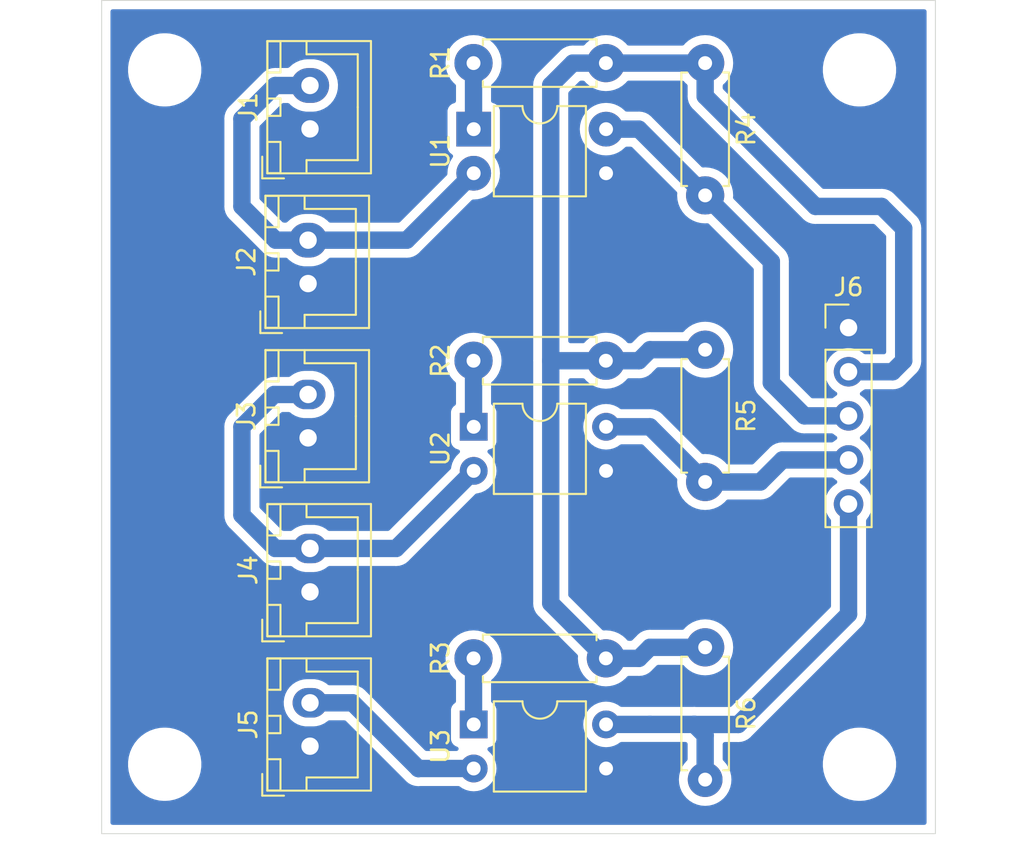
<source format=kicad_pcb>
(kicad_pcb (version 20211014) (generator pcbnew)
  (layers (0 "F.Cu" signal) (31 "B.Cu" signal) (34 "B.Paste" user) (35 "F.Paste" user) (36 "B.SilkS" user "B.Silkscreen") (37 "F.SilkS" user "F.Silkscreen") (38 "B.Mask" user) (39 "F.Mask" user) (44 "Edge.Cuts" user))
  (net 0 "")
  (net 1 "GND")
  (net 2 "+5V")
  (net 3 "Net-(J6-Pad3)")
  (net 4 "Net-(J6-Pad4)")
  (net 5 "Net-(J6-Pad5)")
  (net 6 "Net-(R1-Pad2)")
  (net 7 "Net-(R2-Pad2)")
  (net 8 "Net-(R3-Pad2)")
  (net 9 "Net-(J1-Pad2)")
  (net 10 "Net-(J3-Pad2)")
  (net 11 "Net-(J5-Pad2)")
  (footprint "Resistor_THT:R_Axial_DIN0207_L6.3mm_D2.5mm_P7.62mm_Horizontal" (layer "F.Cu") (at 118.745 71.12 -90)
    (fp_text reference "R5" (at 3.81 -2.37 90) (layer "F.SilkS"))
    (fp_text value "1k")
    (fp_line (start 7.08 -1.37) (end 7.08 -1.04) (layer "F.SilkS") (width 0.12))
    (fp_line (start 0.54 1.04) (end 0.54 1.37) (layer "F.SilkS") (width 0.12))
    (fp_line (start 0.54 1.37) (end 7.08 1.37) (layer "F.SilkS") (width 0.12))
    (fp_line (start 0.54 -1.04) (end 0.54 -1.37) (layer "F.SilkS") (width 0.12))
    (fp_line (start 0.54 -1.37) (end 7.08 -1.37) (layer "F.SilkS") (width 0.12))
    (fp_line (start 7.08 1.37) (end 7.08 1.04) (layer "F.SilkS") (width 0.12))
    (pad "1" thru_hole circle (at 0 0 270) (size 2.2 2.2) (drill 0.8) (layers *.Cu *.Mask) (net 2 "+5V"))
    (pad "2" thru_hole oval (at 7.62 0 270) (size 2.2 2.2) (drill 0.8) (layers *.Cu *.Mask) (net 4 "Net-(J6-Pad4)"))
  )
  (footprint "Package_DIP:DIP-4_W7.62mm" (layer "F.Cu") (at 105.42 75.56)
    (fp_text reference "U2" (at -1.915 1.27 90) (layer "F.SilkS"))
    (fp_text value "LTV-817")
    (fp_line (start 1.16 3.87) (end 6.46 3.87) (layer "F.SilkS") (width 0.12))
    (fp_line (start 6.46 -1.33) (end 4.81 -1.33) (layer "F.SilkS") (width 0.12))
    (fp_line (start 2.81 -1.33) (end 1.16 -1.33) (layer "F.SilkS") (width 0.12))
    (fp_line (start 6.46 3.87) (end 6.46 -1.33) (layer "F.SilkS") (width 0.12))
    (fp_line (start 1.16 -1.33) (end 1.16 3.87) (layer "F.SilkS") (width 0.12))
    (fp_arc (start 4.81 -1.33) (mid 3.81 -0.33) (end 2.81 -1.33) (layer "F.SilkS") (width 0.12))
    (pad "1" thru_hole rect (at 0 0) (size 1.6 1.6) (drill 0.8) (layers *.Cu *.Mask) (net 7 "Net-(R2-Pad2)"))
    (pad "2" thru_hole oval (at 0 2.54) (size 1.6 1.6) (drill 0.8) (layers *.Cu *.Mask) (net 10 "Net-(J3-Pad2)"))
    (pad "3" thru_hole oval (at 7.62 2.54) (size 1.6 1.6) (drill 0.8) (layers *.Cu *.Mask) (net 1 "GND"))
    (pad "4" thru_hole oval (at 7.62 0) (size 1.6 1.6) (drill 0.8) (layers *.Cu *.Mask) (net 4 "Net-(J6-Pad4)"))
  )
  (footprint "Connector_JST:JST_XH_B2B-XH-A_1x02_P2.50mm_Vertical" (layer "F.Cu") (at 95.995 58.4 90)
    (fp_text reference "J1" (at 1.25 -3.55 90) (layer "F.SilkS"))
    (fp_text value "Conn_01x02")
    (fp_line (start -2.56 3.51) (end 5.06 3.51) (layer "F.SilkS") (width 0.12))
    (fp_line (start 1.75 -1.7) (end 1.75 -2.45) (layer "F.SilkS") (width 0.12))
    (fp_line (start 5.06 3.51) (end 5.06 -2.46) (layer "F.SilkS") (width 0.12))
    (fp_line (start -0.75 -1.7) (end -0.75 -2.45) (layer "F.SilkS") (width 0.12))
    (fp_line (start -2.55 -2.45) (end -2.55 -1.7) (layer "F.SilkS") (width 0.12))
    (fp_line (start 3.25 -2.45) (end 3.25 -1.7) (layer "F.SilkS") (width 0.12))
    (fp_line (start 0.75 -2.45) (end 0.75 -1.7) (layer "F.SilkS") (width 0.12))
    (fp_line (start 5.06 -2.46) (end -2.56 -2.46) (layer "F.SilkS") (width 0.12))
    (fp_line (start -1.8 2.75) (end 1.25 2.75) (layer "F.SilkS") (width 0.12))
    (fp_line (start 0.75 -1.7) (end 1.75 -1.7) (layer "F.SilkS") (width 0.12))
    (fp_line (start 4.3 2.75) (end 1.25 2.75) (layer "F.SilkS") (width 0.12))
    (fp_line (start -2.55 -0.2) (end -1.8 -0.2) (layer "F.SilkS") (width 0.12))
    (fp_line (start 5.05 -2.45) (end 3.25 -2.45) (layer "F.SilkS") (width 0.12))
    (fp_line (start -2.85 -2.75) (end -2.85 -1.5) (layer "F.SilkS") (width 0.12))
    (fp_line (start 1.75 -2.45) (end 0.75 -2.45) (layer "F.SilkS") (width 0.12))
    (fp_line (start 5.05 -0.2) (end 4.3 -0.2) (layer "F.SilkS") (width 0.12))
    (fp_line (start -0.75 -2.45) (end -2.55 -2.45) (layer "F.SilkS") (width 0.12))
    (fp_line (start -2.56 -2.46) (end -2.56 3.51) (layer "F.SilkS") (width 0.12))
    (fp_line (start -1.8 -0.2) (end -1.8 2.75) (layer "F.SilkS") (width 0.12))
    (fp_line (start -1.6 -2.75) (end -2.85 -2.75) (layer "F.SilkS") (width 0.12))
    (fp_line (start 3.25 -1.7) (end 5.05 -1.7) (layer "F.SilkS") (width 0.12))
    (fp_line (start 4.3 -0.2) (end 4.3 2.75) (layer "F.SilkS") (width 0.12))
    (fp_line (start -2.55 -1.7) (end -0.75 -1.7) (layer "F.SilkS") (width 0.12))
    (fp_line (start 5.05 -1.7) (end 5.05 -2.45) (layer "F.SilkS") (width 0.12))
    (pad "1" thru_hole roundrect (at 0 0 90) (size 1.7 2) (drill 1) (layers *.Cu *.Mask) (roundrect_rratio 0.147059) (net 1 "GND"))
    (pad "2" thru_hole oval (at 2.5 0 90) (size 2 2.2) (drill 1) (layers *.Cu *.Mask) (net 9 "Net-(J1-Pad2)"))
  )
  (footprint "Resistor_THT:R_Axial_DIN0207_L6.3mm_D2.5mm_P7.62mm_Horizontal" (layer "F.Cu") (at 113.03 54.61 180)
    (fp_text reference "R1" (at 9.525 0 90) (layer "F.SilkS"))
    (fp_text value "220")
    (fp_line (start 0.54 -1.04) (end 0.54 -1.37) (layer "F.SilkS") (width 0.12))
    (fp_line (start 0.54 -1.37) (end 7.08 -1.37) (layer "F.SilkS") (width 0.12))
    (fp_line (start 7.08 -1.37) (end 7.08 -1.04) (layer "F.SilkS") (width 0.12))
    (fp_line (start 0.54 1.37) (end 7.08 1.37) (layer "F.SilkS") (width 0.12))
    (fp_line (start 0.54 1.04) (end 0.54 1.37) (layer "F.SilkS") (width 0.12))
    (fp_line (start 7.08 1.37) (end 7.08 1.04) (layer "F.SilkS") (width 0.12))
    (pad "1" thru_hole circle (at 0 0 180) (size 2.2 2.2) (drill 0.8) (layers *.Cu *.Mask) (net 2 "+5V"))
    (pad "2" thru_hole oval (at 7.62 0 180) (size 2.2 2.2) (drill 0.8) (layers *.Cu *.Mask) (net 6 "Net-(R1-Pad2)"))
  )
  (footprint "Connector_JST:JST_XH_B2B-XH-A_1x02_P2.50mm_Vertical" (layer "F.Cu") (at 95.885 67.31 90)
    (fp_text reference "J2" (at 1.25 -3.55 90) (layer "F.SilkS"))
    (fp_text value "Conn_01x02")
    (fp_line (start 5.06 -2.46) (end -2.56 -2.46) (layer "F.SilkS") (width 0.12))
    (fp_line (start 4.3 2.75) (end 1.25 2.75) (layer "F.SilkS") (width 0.12))
    (fp_line (start -2.85 -2.75) (end -2.85 -1.5) (layer "F.SilkS") (width 0.12))
    (fp_line (start 5.06 3.51) (end 5.06 -2.46) (layer "F.SilkS") (width 0.12))
    (fp_line (start 5.05 -2.45) (end 3.25 -2.45) (layer "F.SilkS") (width 0.12))
    (fp_line (start 5.05 -1.7) (end 5.05 -2.45) (layer "F.SilkS") (width 0.12))
    (fp_line (start -0.75 -2.45) (end -2.55 -2.45) (layer "F.SilkS") (width 0.12))
    (fp_line (start -1.8 -0.2) (end -1.8 2.75) (layer "F.SilkS") (width 0.12))
    (fp_line (start 3.25 -2.45) (end 3.25 -1.7) (layer "F.SilkS") (width 0.12))
    (fp_line (start 0.75 -2.45) (end 0.75 -1.7) (layer "F.SilkS") (width 0.12))
    (fp_line (start -2.55 -0.2) (end -1.8 -0.2) (layer "F.SilkS") (width 0.12))
    (fp_line (start 5.05 -0.2) (end 4.3 -0.2) (layer "F.SilkS") (width 0.12))
    (fp_line (start -2.55 -2.45) (end -2.55 -1.7) (layer "F.SilkS") (width 0.12))
    (fp_line (start -2.56 3.51) (end 5.06 3.51) (layer "F.SilkS") (width 0.12))
    (fp_line (start 0.75 -1.7) (end 1.75 -1.7) (layer "F.SilkS") (width 0.12))
    (fp_line (start 3.25 -1.7) (end 5.05 -1.7) (layer "F.SilkS") (width 0.12))
    (fp_line (start -1.8 2.75) (end 1.25 2.75) (layer "F.SilkS") (width 0.12))
    (fp_line (start 1.75 -1.7) (end 1.75 -2.45) (layer "F.SilkS") (width 0.12))
    (fp_line (start 1.75 -2.45) (end 0.75 -2.45) (layer "F.SilkS") (width 0.12))
    (fp_line (start -0.75 -1.7) (end -0.75 -2.45) (layer "F.SilkS") (width 0.12))
    (fp_line (start -2.55 -1.7) (end -0.75 -1.7) (layer "F.SilkS") (width 0.12))
    (fp_line (start -1.6 -2.75) (end -2.85 -2.75) (layer "F.SilkS") (width 0.12))
    (fp_line (start 4.3 -0.2) (end 4.3 2.75) (layer "F.SilkS") (width 0.12))
    (fp_line (start -2.56 -2.46) (end -2.56 3.51) (layer "F.SilkS") (width 0.12))
    (pad "1" thru_hole roundrect (at 0 0 90) (size 1.7 2) (drill 1) (layers *.Cu *.Mask) (roundrect_rratio 0.147059) (net 1 "GND"))
    (pad "2" thru_hole oval (at 2.5 0 90) (size 2 2.2) (drill 1) (layers *.Cu *.Mask) (net 9 "Net-(J1-Pad2)"))
  )
  (footprint "MountingHole:MountingHole_3.2mm_M3" (layer "F.Cu") (at 127.63 95)
    (fp_text reference "REF**" hide)
    (fp_text value "MountingHole_3.2mm_M3")
    (pad "" np_thru_hole circle (at 0 0) (size 3.2 3.2) (drill 3.2) (layers *.Cu *.Mask))
  )
  (footprint "Connector_JST:JST_XH_B2B-XH-A_1x02_P2.50mm_Vertical" (layer "F.Cu") (at 95.995 93.96 90)
    (fp_text reference "J5" (at 1.25 -3.55 90) (layer "F.SilkS"))
    (fp_text value "Conn_01x02")
    (fp_line (start -2.85 -2.75) (end -2.85 -1.5) (layer "F.SilkS") (width 0.12))
    (fp_line (start -1.8 2.75) (end 1.25 2.75) (layer "F.SilkS") (width 0.12))
    (fp_line (start 1.75 -2.45) (end 0.75 -2.45) (layer "F.SilkS") (width 0.12))
    (fp_line (start -2.56 -2.46) (end -2.56 3.51) (layer "F.SilkS") (width 0.12))
    (fp_line (start -0.75 -2.45) (end -2.55 -2.45) (layer "F.SilkS") (width 0.12))
    (fp_line (start -1.6 -2.75) (end -2.85 -2.75) (layer "F.SilkS") (width 0.12))
    (fp_line (start 3.25 -2.45) (end 3.25 -1.7) (layer "F.SilkS") (width 0.12))
    (fp_line (start 5.06 -2.46) (end -2.56 -2.46) (layer "F.SilkS") (width 0.12))
    (fp_line (start 5.05 -1.7) (end 5.05 -2.45) (layer "F.SilkS") (width 0.12))
    (fp_line (start 0.75 -2.45) (end 0.75 -1.7) (layer "F.SilkS") (width 0.12))
    (fp_line (start -2.55 -2.45) (end -2.55 -1.7) (layer "F.SilkS") (width 0.12))
    (fp_line (start 0.75 -1.7) (end 1.75 -1.7) (layer "F.SilkS") (width 0.12))
    (fp_line (start -1.8 -0.2) (end -1.8 2.75) (layer "F.SilkS") (width 0.12))
    (fp_line (start 1.75 -1.7) (end 1.75 -2.45) (layer "F.SilkS") (width 0.12))
    (fp_line (start -2.56 3.51) (end 5.06 3.51) (layer "F.SilkS") (width 0.12))
    (fp_line (start 4.3 2.75) (end 1.25 2.75) (layer "F.SilkS") (width 0.12))
    (fp_line (start 5.05 -2.45) (end 3.25 -2.45) (layer "F.SilkS") (width 0.12))
    (fp_line (start 4.3 -0.2) (end 4.3 2.75) (layer "F.SilkS") (width 0.12))
    (fp_line (start -2.55 -0.2) (end -1.8 -0.2) (layer "F.SilkS") (width 0.12))
    (fp_line (start 3.25 -1.7) (end 5.05 -1.7) (layer "F.SilkS") (width 0.12))
    (fp_line (start -0.75 -1.7) (end -0.75 -2.45) (layer "F.SilkS") (width 0.12))
    (fp_line (start 5.05 -0.2) (end 4.3 -0.2) (layer "F.SilkS") (width 0.12))
    (fp_line (start 5.06 3.51) (end 5.06 -2.46) (layer "F.SilkS") (width 0.12))
    (fp_line (start -2.55 -1.7) (end -0.75 -1.7) (layer "F.SilkS") (width 0.12))
    (pad "1" thru_hole roundrect (at 0 0 90) (size 1.7 2) (drill 1) (layers *.Cu *.Mask) (roundrect_rratio 0.147059) (net 1 "GND"))
    (pad "2" thru_hole oval (at 2.5 0 90) (size 1.7 2) (drill 1) (layers *.Cu *.Mask) (net 11 "Net-(J5-Pad2)"))
  )
  (footprint "Resistor_THT:R_Axial_DIN0207_L6.3mm_D2.5mm_P7.62mm_Horizontal" (layer "F.Cu") (at 118.745 54.61 -90)
    (fp_text reference "R4" (at 3.81 -2.37 90) (layer "F.SilkS"))
    (fp_text value "1k")
    (fp_line (start 0.54 1.37) (end 7.08 1.37) (layer "F.SilkS") (width 0.12))
    (fp_line (start 0.54 1.04) (end 0.54 1.37) (layer "F.SilkS") (width 0.12))
    (fp_line (start 0.54 -1.04) (end 0.54 -1.37) (layer "F.SilkS") (width 0.12))
    (fp_line (start 0.54 -1.37) (end 7.08 -1.37) (layer "F.SilkS") (width 0.12))
    (fp_line (start 7.08 1.37) (end 7.08 1.04) (layer "F.SilkS") (width 0.12))
    (fp_line (start 7.08 -1.37) (end 7.08 -1.04) (layer "F.SilkS") (width 0.12))
    (pad "1" thru_hole circle (at 0 0 270) (size 2.2 2.2) (drill 0.8) (layers *.Cu *.Mask) (net 2 "+5V"))
    (pad "2" thru_hole oval (at 7.62 0 270) (size 2.2 2.2) (drill 0.8) (layers *.Cu *.Mask) (net 3 "Net-(J6-Pad3)"))
  )
  (footprint "Resistor_THT:R_Axial_DIN0207_L6.3mm_D2.5mm_P7.62mm_Horizontal" (layer "F.Cu") (at 118.745 88.265 -90)
    (fp_text reference "R6" (at 3.81 -2.37 90) (layer "F.SilkS"))
    (fp_text value "1k")
    (fp_line (start 0.54 1.37) (end 7.08 1.37) (layer "F.SilkS") (width 0.12))
    (fp_line (start 7.08 -1.37) (end 7.08 -1.04) (layer "F.SilkS") (width 0.12))
    (fp_line (start 0.54 -1.04) (end 0.54 -1.37) (layer "F.SilkS") (width 0.12))
    (fp_line (start 7.08 1.37) (end 7.08 1.04) (layer "F.SilkS") (width 0.12))
    (fp_line (start 0.54 -1.37) (end 7.08 -1.37) (layer "F.SilkS") (width 0.12))
    (fp_line (start 0.54 1.04) (end 0.54 1.37) (layer "F.SilkS") (width 0.12))
    (pad "1" thru_hole circle (at 0 0 270) (size 2.2 2.2) (drill 0.8) (layers *.Cu *.Mask) (net 2 "+5V"))
    (pad "2" thru_hole oval (at 7.62 0 270) (size 2 2) (drill 0.8) (layers *.Cu *.Mask) (net 5 "Net-(J6-Pad5)"))
  )
  (footprint "MountingHole:MountingHole_3.2mm_M3" (layer "F.Cu") (at 87.63 95)
    (fp_text reference "REF**" hide)
    (fp_text value "MountingHole_3.2mm_M3")
    (pad "" np_thru_hole circle (at 0 0) (size 3.2 3.2) (drill 3.2) (layers *.Cu *.Mask))
  )
  (footprint "Connector_PinHeader_2.54mm:PinHeader_1x05_P2.54mm_Vertical" (layer "F.Cu") (at 127 69.85)
    (fp_text reference "J6" (at 0 -2.33) (layer "F.SilkS"))
    (fp_text value "Conn_01x05_MountingPin")
    (fp_line (start -1.33 0) (end -1.33 -1.33) (layer "F.SilkS") (width 0.12))
    (fp_line (start -1.33 -1.33) (end 0 -1.33) (layer "F.SilkS") (width 0.12))
    (fp_line (start -1.33 11.49) (end 1.33 11.49) (layer "F.SilkS") (width 0.12))
    (fp_line (start -1.33 1.27) (end -1.33 11.49) (layer "F.SilkS") (width 0.12))
    (fp_line (start 1.33 1.27) (end 1.33 11.49) (layer "F.SilkS") (width 0.12))
    (fp_line (start -1.33 1.27) (end 1.33 1.27) (layer "F.SilkS") (width 0.12))
    (pad "1" thru_hole rect (at 0 0) (size 1.7 1.7) (drill 1) (layers *.Cu *.Mask) (net 1 "GND"))
    (pad "2" thru_hole oval (at 0 2.54) (size 1.7 1.7) (drill 1) (layers *.Cu *.Mask) (net 2 "+5V"))
    (pad "3" thru_hole oval (at 0 5.08) (size 1.7 1.7) (drill 1) (layers *.Cu *.Mask) (net 3 "Net-(J6-Pad3)"))
    (pad "4" thru_hole oval (at 0 7.62) (size 1.7 1.7) (drill 1) (layers *.Cu *.Mask) (net 4 "Net-(J6-Pad4)"))
    (pad "5" thru_hole oval (at 0 10.16) (size 1.7 1.7) (drill 1) (layers *.Cu *.Mask) (net 5 "Net-(J6-Pad5)"))
  )
  (footprint "Resistor_THT:R_Axial_DIN0207_L6.3mm_D2.5mm_P7.62mm_Horizontal" (layer "F.Cu") (at 113.03 71.755 180)
    (fp_text reference "R2" (at 9.525 0 90) (layer "F.SilkS"))
    (fp_text value "220")
    (fp_line (start 0.54 -1.37) (end 7.08 -1.37) (layer "F.SilkS") (width 0.12))
    (fp_line (start 7.08 1.37) (end 7.08 1.04) (layer "F.SilkS") (width 0.12))
    (fp_line (start 0.54 1.37) (end 7.08 1.37) (layer "F.SilkS") (width 0.12))
    (fp_line (start 0.54 -1.04) (end 0.54 -1.37) (layer "F.SilkS") (width 0.12))
    (fp_line (start 0.54 1.04) (end 0.54 1.37) (layer "F.SilkS") (width 0.12))
    (fp_line (start 7.08 -1.37) (end 7.08 -1.04) (layer "F.SilkS") (width 0.12))
    (pad "1" thru_hole circle (at 0 0 180) (size 2.2 2.2) (drill 0.8) (layers *.Cu *.Mask) (net 2 "+5V"))
    (pad "2" thru_hole oval (at 7.62 0 180) (size 2.2 2.2) (drill 0.8) (layers *.Cu *.Mask) (net 7 "Net-(R2-Pad2)"))
  )
  (footprint "Connector_JST:JST_XH_B2B-XH-A_1x02_P2.50mm_Vertical" (layer "F.Cu") (at 95.885 76.2 90)
    (fp_text reference "J3" (at 1.25 -3.55 90) (layer "F.SilkS"))
    (fp_text value "Conn_01x02")
    (fp_line (start -1.6 -2.75) (end -2.85 -2.75) (layer "F.SilkS") (width 0.12))
    (fp_line (start 5.05 -0.2) (end 4.3 -0.2) (layer "F.SilkS") (width 0.12))
    (fp_line (start 3.25 -1.7) (end 5.05 -1.7) (layer "F.SilkS") (width 0.12))
    (fp_line (start -0.75 -1.7) (end -0.75 -2.45) (layer "F.SilkS") (width 0.12))
    (fp_line (start 1.75 -1.7) (end 1.75 -2.45) (layer "F.SilkS") (width 0.12))
    (fp_line (start 5.06 3.51) (end 5.06 -2.46) (layer "F.SilkS") (width 0.12))
    (fp_line (start 4.3 -0.2) (end 4.3 2.75) (layer "F.SilkS") (width 0.12))
    (fp_line (start 5.06 -2.46) (end -2.56 -2.46) (layer "F.SilkS") (width 0.12))
    (fp_line (start -2.56 3.51) (end 5.06 3.51) (layer "F.SilkS") (width 0.12))
    (fp_line (start -2.55 -2.45) (end -2.55 -1.7) (layer "F.SilkS") (width 0.12))
    (fp_line (start -2.85 -2.75) (end -2.85 -1.5) (layer "F.SilkS") (width 0.12))
    (fp_line (start 1.75 -2.45) (end 0.75 -2.45) (layer "F.SilkS") (width 0.12))
    (fp_line (start -1.8 2.75) (end 1.25 2.75) (layer "F.SilkS") (width 0.12))
    (fp_line (start 0.75 -1.7) (end 1.75 -1.7) (layer "F.SilkS") (width 0.12))
    (fp_line (start 4.3 2.75) (end 1.25 2.75) (layer "F.SilkS") (width 0.12))
    (fp_line (start 3.25 -2.45) (end 3.25 -1.7) (layer "F.SilkS") (width 0.12))
    (fp_line (start -2.56 -2.46) (end -2.56 3.51) (layer "F.SilkS") (width 0.12))
    (fp_line (start 5.05 -2.45) (end 3.25 -2.45) (layer "F.SilkS") (width 0.12))
    (fp_line (start 5.05 -1.7) (end 5.05 -2.45) (layer "F.SilkS") (width 0.12))
    (fp_line (start -0.75 -2.45) (end -2.55 -2.45) (layer "F.SilkS") (width 0.12))
    (fp_line (start -1.8 -0.2) (end -1.8 2.75) (layer "F.SilkS") (width 0.12))
    (fp_line (start -2.55 -0.2) (end -1.8 -0.2) (layer "F.SilkS") (width 0.12))
    (fp_line (start 0.75 -2.45) (end 0.75 -1.7) (layer "F.SilkS") (width 0.12))
    (fp_line (start -2.55 -1.7) (end -0.75 -1.7) (layer "F.SilkS") (width 0.12))
    (pad "1" thru_hole roundrect (at 0 0 90) (size 1.7 2) (drill 1) (layers *.Cu *.Mask) (roundrect_rratio 0.147059) (net 1 "GND"))
    (pad "2" thru_hole oval (at 2.5 0 90) (size 1.7 2) (drill 1) (layers *.Cu *.Mask) (net 10 "Net-(J3-Pad2)"))
  )
  (footprint "MountingHole:MountingHole_3.2mm_M3" (layer "F.Cu") (at 127.63 55)
    (fp_text reference "REF**" hide)
    (fp_text value "MountingHole_3.2mm_M3")
    (pad "" np_thru_hole circle (at 0 0) (size 3.2 3.2) (drill 3.2) (layers *.Cu *.Mask))
  )
  (footprint "MountingHole:MountingHole_3.2mm_M3" (layer "F.Cu") (at 87.63 55)
    (fp_text reference "REF**" hide)
    (fp_text value "MountingHole_3.2mm_M3")
    (pad "" np_thru_hole circle (at 0 0) (size 3.2 3.2) (drill 3.2) (layers *.Cu *.Mask))
  )
  (footprint "Resistor_THT:R_Axial_DIN0207_L6.3mm_D2.5mm_P7.62mm_Horizontal" (layer "F.Cu") (at 113.03 88.9 180)
    (fp_text reference "R3" (at 9.525 0 90) (layer "F.SilkS"))
    (fp_text value "220")
    (fp_line (start 0.54 1.04) (end 0.54 1.37) (layer "F.SilkS") (width 0.12))
    (fp_line (start 7.08 1.37) (end 7.08 1.04) (layer "F.SilkS") (width 0.12))
    (fp_line (start 0.54 -1.04) (end 0.54 -1.37) (layer "F.SilkS") (width 0.12))
    (fp_line (start 0.54 1.37) (end 7.08 1.37) (layer "F.SilkS") (width 0.12))
    (fp_line (start 7.08 -1.37) (end 7.08 -1.04) (layer "F.SilkS") (width 0.12))
    (fp_line (start 0.54 -1.37) (end 7.08 -1.37) (layer "F.SilkS") (width 0.12))
    (pad "1" thru_hole circle (at 0 0 180) (size 2.2 2.2) (drill 0.8) (layers *.Cu *.Mask) (net 2 "+5V"))
    (pad "2" thru_hole oval (at 7.62 0 180) (size 2.2 2.2) (drill 0.8) (layers *.Cu *.Mask) (net 8 "Net-(R3-Pad2)"))
  )
  (footprint "Package_DIP:DIP-4_W7.62mm" (layer "F.Cu") (at 105.42 92.705)
    (fp_text reference "U3" (at -1.915 1.27 90) (layer "F.SilkS"))
    (fp_text value "LTV-817")
    (fp_line (start 6.46 3.87) (end 6.46 -1.33) (layer "F.SilkS") (width 0.12))
    (fp_line (start 6.46 -1.33) (end 4.81 -1.33) (layer "F.SilkS") (width 0.12))
    (fp_line (start 1.16 3.87) (end 6.46 3.87) (layer "F.SilkS") (width 0.12))
    (fp_line (start 1.16 -1.33) (end 1.16 3.87) (layer "F.SilkS") (width 0.12))
    (fp_line (start 2.81 -1.33) (end 1.16 -1.33) (layer "F.SilkS") (width 0.12))
    (fp_arc (start 4.81 -1.33) (mid 3.81 -0.33) (end 2.81 -1.33) (layer "F.SilkS") (width 0.12))
    (pad "1" thru_hole rect (at 0 0) (size 1.6 1.6) (drill 0.8) (layers *.Cu *.Mask) (net 8 "Net-(R3-Pad2)"))
    (pad "2" thru_hole oval (at 0 2.54) (size 1.6 1.6) (drill 0.8) (layers *.Cu *.Mask) (net 11 "Net-(J5-Pad2)"))
    (pad "3" thru_hole oval (at 7.62 2.54) (size 1.6 1.6) (drill 0.8) (layers *.Cu *.Mask) (net 1 "GND"))
    (pad "4" thru_hole oval (at 7.62 0) (size 1.6 1.6) (drill 0.8) (layers *.Cu *.Mask) (net 5 "Net-(J6-Pad5)"))
  )
  (footprint "Package_DIP:DIP-4_W7.62mm" (layer "F.Cu") (at 105.42 58.415)
    (fp_text reference "U1" (at -1.915 1.275 90) (layer "F.SilkS"))
    (fp_text value "LTV-817")
    (fp_line (start 2.81 -1.33) (end 1.16 -1.33) (layer "F.SilkS") (width 0.12))
    (fp_line (start 6.46 -1.33) (end 4.81 -1.33) (layer "F.SilkS") (width 0.12))
    (fp_line (start 1.16 -1.33) (end 1.16 3.87) (layer "F.SilkS") (width 0.12))
    (fp_line (start 6.46 3.87) (end 6.46 -1.33) (layer "F.SilkS") (width 0.12))
    (fp_line (start 1.16 3.87) (end 6.46 3.87) (layer "F.SilkS") (width 0.12))
    (fp_arc (start 4.81 -1.33) (mid 3.81 -0.33) (end 2.81 -1.33) (layer "F.SilkS") (width 0.12))
    (pad "1" thru_hole rect (at 0 0) (size 2 2) (drill 0.8) (layers *.Cu *.Mask) (net 6 "Net-(R1-Pad2)"))
    (pad "2" thru_hole oval (at 0 2.54) (size 2 2) (drill 0.8) (layers *.Cu *.Mask) (net 9 "Net-(J1-Pad2)"))
    (pad "3" thru_hole oval (at 7.62 2.54) (size 1.6 1.6) (drill 0.8) (layers *.Cu *.Mask) (net 1 "GND"))
    (pad "4" thru_hole oval (at 7.62 0) (size 2 2) (drill 0.8) (layers *.Cu *.Mask) (net 3 "Net-(J6-Pad3)"))
  )
  (footprint "Connector_JST:JST_XH_B2B-XH-A_1x02_P2.50mm_Vertical" (layer "F.Cu") (at 95.995 85.07 90)
    (fp_text reference "J4" (at 1.25 -3.55 90) (layer "F.SilkS"))
    (fp_text value "Conn_01x02")
    (fp_line (start 4.3 -0.2) (end 4.3 2.75) (layer "F.SilkS") (width 0.12))
    (fp_line (start 0.75 -2.45) (end 0.75 -1.7) (layer "F.SilkS") (width 0.12))
    (fp_line (start 1.75 -1.7) (end 1.75 -2.45) (layer "F.SilkS") (width 0.12))
    (fp_line (start -2.55 -1.7) (end -0.75 -1.7) (layer "F.SilkS") (width 0.12))
    (fp_line (start -0.75 -1.7) (end -0.75 -2.45) (layer "F.SilkS") (width 0.12))
    (fp_line (start 5.06 -2.46) (end -2.56 -2.46) (layer "F.SilkS") (width 0.12))
    (fp_line (start -2.56 3.51) (end 5.06 3.51) (layer "F.SilkS") (width 0.12))
    (fp_line (start 0.75 -1.7) (end 1.75 -1.7) (layer "F.SilkS") (width 0.12))
    (fp_line (start -2.56 -2.46) (end -2.56 3.51) (layer "F.SilkS") (width 0.12))
    (fp_line (start 5.05 -2.45) (end 3.25 -2.45) (layer "F.SilkS") (width 0.12))
    (fp_line (start -2.55 -0.2) (end -1.8 -0.2) (layer "F.SilkS") (width 0.12))
    (fp_line (start 4.3 2.75) (end 1.25 2.75) (layer "F.SilkS") (width 0.12))
    (fp_line (start 3.25 -2.45) (end 3.25 -1.7) (layer "F.SilkS") (width 0.12))
    (fp_line (start 5.05 -1.7) (end 5.05 -2.45) (layer "F.SilkS") (width 0.12))
    (fp_line (start 1.75 -2.45) (end 0.75 -2.45) (layer "F.SilkS") (width 0.12))
    (fp_line (start -2.55 -2.45) (end -2.55 -1.7) (layer "F.SilkS") (width 0.12))
    (fp_line (start -1.8 -0.2) (end -1.8 2.75) (layer "F.SilkS") (width 0.12))
    (fp_line (start 5.06 3.51) (end 5.06 -2.46) (layer "F.SilkS") (width 0.12))
    (fp_line (start 3.25 -1.7) (end 5.05 -1.7) (layer "F.SilkS") (width 0.12))
    (fp_line (start -1.6 -2.75) (end -2.85 -2.75) (layer "F.SilkS") (width 0.12))
    (fp_line (start -0.75 -2.45) (end -2.55 -2.45) (layer "F.SilkS") (width 0.12))
    (fp_line (start -1.8 2.75) (end 1.25 2.75) (layer "F.SilkS") (width 0.12))
    (fp_line (start -2.85 -2.75) (end -2.85 -1.5) (layer "F.SilkS") (width 0.12))
    (fp_line (start 5.05 -0.2) (end 4.3 -0.2) (layer "F.SilkS") (width 0.12))
    (pad "1" thru_hole roundrect (at 0 0 90) (size 1.7 2) (drill 1) (layers *.Cu *.Mask) (roundrect_rratio 0.147059) (net 1 "GND"))
    (pad "2" thru_hole oval (at 2.5 0 90) (size 1.7 2) (drill 1) (layers *.Cu *.Mask) (net 10 "Net-(J3-Pad2)"))
  )
  (gr_rect (start 132 99) (end 84 51) (layer "Edge.Cuts") (width 0.05) (fill none))
  (segment (start 113.03 71.755) (end 109.855 71.755) (width 1) (layer "B.Cu") (net 2))
  (segment (start 115.57 71.12) (end 118.745 71.12) (width 1) (layer "B.Cu") (net 2))
  (segment (start 118.745 54.61) (end 118.745 56.515) (width 1) (layer "B.Cu") (net 2))
  (segment (start 128.905 62.865) (end 130.175 64.135) (width 1) (layer "B.Cu") (net 2))
  (segment (start 109.855 71.755) (end 109.855 85.725) (width 1) (layer "B.Cu") (net 2))
  (segment (start 114.935 88.9) (end 115.57 88.265) (width 1) (layer "B.Cu") (net 2))
  (segment (start 109.855 55.88) (end 109.855 71.755) (width 1) (layer "B.Cu") (net 2))
  (segment (start 115.57 88.265) (end 118.745 88.265) (width 1) (layer "B.Cu") (net 2))
  (segment (start 114.935 71.755) (end 115.57 71.12) (width 1) (layer "B.Cu") (net 2))
  (segment (start 130.175 71.755) (end 129.54 72.39) (width 1) (layer "B.Cu") (net 2))
  (segment (start 129.54 72.39) (end 127 72.39) (width 1) (layer "B.Cu") (net 2))
  (segment (start 113.03 71.755) (end 114.935 71.755) (width 1) (layer "B.Cu") (net 2))
  (segment (start 113.03 54.61) (end 111.125 54.61) (width 1) (layer "B.Cu") (net 2))
  (segment (start 118.745 56.515) (end 125.095 62.865) (width 1) (layer "B.Cu") (net 2))
  (segment (start 109.855 85.725) (end 113.03 88.9) (width 1) (layer "B.Cu") (net 2))
  (segment (start 111.125 54.61) (end 109.855 55.88) (width 1) (layer "B.Cu") (net 2))
  (segment (start 130.175 64.135) (end 130.175 71.755) (width 1) (layer "B.Cu") (net 2))
  (segment (start 113.03 54.61) (end 118.745 54.61) (width 1) (layer "B.Cu") (net 2))
  (segment (start 113.03 88.9) (end 114.935 88.9) (width 1) (layer "B.Cu") (net 2))
  (segment (start 125.095 62.865) (end 128.905 62.865) (width 1) (layer "B.Cu") (net 2))
  (segment (start 114.93 58.415) (end 118.745 62.23) (width 1) (layer "B.Cu") (net 3))
  (segment (start 113.04 58.415) (end 114.93 58.415) (width 1) (layer "B.Cu") (net 3))
  (segment (start 118.745 62.23) (end 122.555 66.04) (width 1) (layer "B.Cu") (net 3))
  (segment (start 122.555 73.025) (end 124.46 74.93) (width 1) (layer "B.Cu") (net 3))
  (segment (start 124.46 74.93) (end 127 74.93) (width 1) (layer "B.Cu") (net 3))
  (segment (start 122.555 66.04) (end 122.555 73.025) (width 1) (layer "B.Cu") (net 3))
  (segment (start 121.92 78.74) (end 123.19 77.47) (width 1) (layer "B.Cu") (net 4))
  (segment (start 118.745 78.74) (end 121.92 78.74) (width 1) (layer "B.Cu") (net 4))
  (segment (start 123.19 77.47) (end 127 77.47) (width 1) (layer "B.Cu") (net 4))
  (segment (start 118.745 78.74) (end 115.565 75.56) (width 1) (layer "B.Cu") (net 4))
  (segment (start 115.565 75.56) (end 113.04 75.56) (width 1) (layer "B.Cu") (net 4))
  (segment (start 115.565 92.705) (end 118.115 92.705) (width 1) (layer "B.Cu") (net 5))
  (segment (start 118.745 95.885) (end 118.745 93.335) (width 1) (layer "B.Cu") (net 5))
  (segment (start 127 86.36) (end 120.65 92.71) (width 1) (layer "B.Cu") (net 5))
  (segment (start 113.04 92.705) (end 115.565 92.705) (width 1) (layer "B.Cu") (net 5))
  (segment (start 127 80.01) (end 127 86.36) (width 1) (layer "B.Cu") (net 5))
  (segment (start 118.745 93.335) (end 118.115 92.705) (width 1) (layer "B.Cu") (net 5))
  (segment (start 120.65 92.71) (end 118.12 92.71) (width 1) (layer "B.Cu") (net 5))
  (segment (start 118.12 92.71) (end 118.115 92.705) (width 1) (layer "B.Cu") (net 5))
  (segment (start 105.41 58.405) (end 105.42 58.415) (width 1) (layer "B.Cu") (net 6))
  (segment (start 105.41 54.61) (end 105.41 58.405) (width 1) (layer "B.Cu") (net 6))
  (segment (start 105.41 75.55) (end 105.42 75.56) (width 1) (layer "B.Cu") (net 7))
  (segment (start 105.41 71.755) (end 105.41 75.55) (width 1) (layer "B.Cu") (net 7))
  (segment (start 105.41 88.9) (end 105.41 92.695) (width 1) (layer "B.Cu") (net 8))
  (segment (start 105.41 92.695) (end 105.42 92.705) (width 1) (layer "B.Cu") (net 8))
  (segment (start 92.075 62.865) (end 92.075 57.82) (width 1) (layer "B.Cu") (net 9))
  (segment (start 93.995 55.9) (end 95.995 55.9) (width 1) (layer "B.Cu") (net 9))
  (segment (start 95.885 64.81) (end 94.02 64.81) (width 1) (layer "B.Cu") (net 9))
  (segment (start 94.02 64.81) (end 92.075 62.865) (width 1) (layer "B.Cu") (net 9))
  (segment (start 92.075 57.82) (end 93.995 55.9) (width 1) (layer "B.Cu") (net 9))
  (segment (start 101.565 64.81) (end 105.42 60.955) (width 1) (layer "B.Cu") (net 9))
  (segment (start 95.885 64.81) (end 101.565 64.81) (width 1) (layer "B.Cu") (net 9))
  (segment (start 100.95 82.57) (end 105.42 78.1) (width 1) (layer "B.Cu") (net 10))
  (segment (start 95.995 82.57) (end 94 82.57) (width 1) (layer "B.Cu") (net 10))
  (segment (start 94 82.57) (end 92.075 80.645) (width 1) (layer "B.Cu") (net 10))
  (segment (start 95.995 82.57) (end 100.95 82.57) (width 1) (layer "B.Cu") (net 10))
  (segment (start 92.075 80.645) (end 92.075 75.565) (width 1) (layer "B.Cu") (net 10))
  (segment (start 93.94 73.7) (end 92.075 75.565) (width 1) (layer "B.Cu") (net 10))
  (segment (start 95.885 73.7) (end 93.94 73.7) (width 1) (layer "B.Cu") (net 10))
  (segment (start 102.235 95.25) (end 102.24 95.245) (width 1) (layer "B.Cu") (net 11))
  (segment (start 98.445 91.46) (end 102.235 95.25) (width 1) (layer "B.Cu") (net 11))
  (segment (start 102.24 95.245) (end 105.42 95.245) (width 1) (layer "B.Cu") (net 11))
  (segment (start 95.995 91.46) (end 98.445 91.46) (width 1) (layer "B.Cu") (net 11))
  (zone (net 1) (net_name "GND") (layer "B.Cu") (connect_pads yes (clearance 0.508)) (min_thickness 0.254) (fill yes (thermal_gap 0.508) (thermal_bridge_width 0.508))
    (polygon (pts (xy 132 99) (xy 84 99) (xy 84 51) (xy 132 51)))
  )
)
</source>
